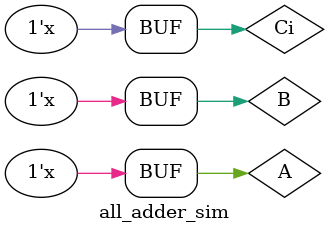
<source format=v>

module all_adder_sim;

reg A, B, Ci;
wire C,S;

    all_adder ul(A,B,C,Ci,S);

initial
begin
    A = 0;
    B = 0;
    Ci = 1;
end

always #5 A = ~A;
always #10 B = ~B;
always #15 Ci = ~Ci;


endmodule

</source>
